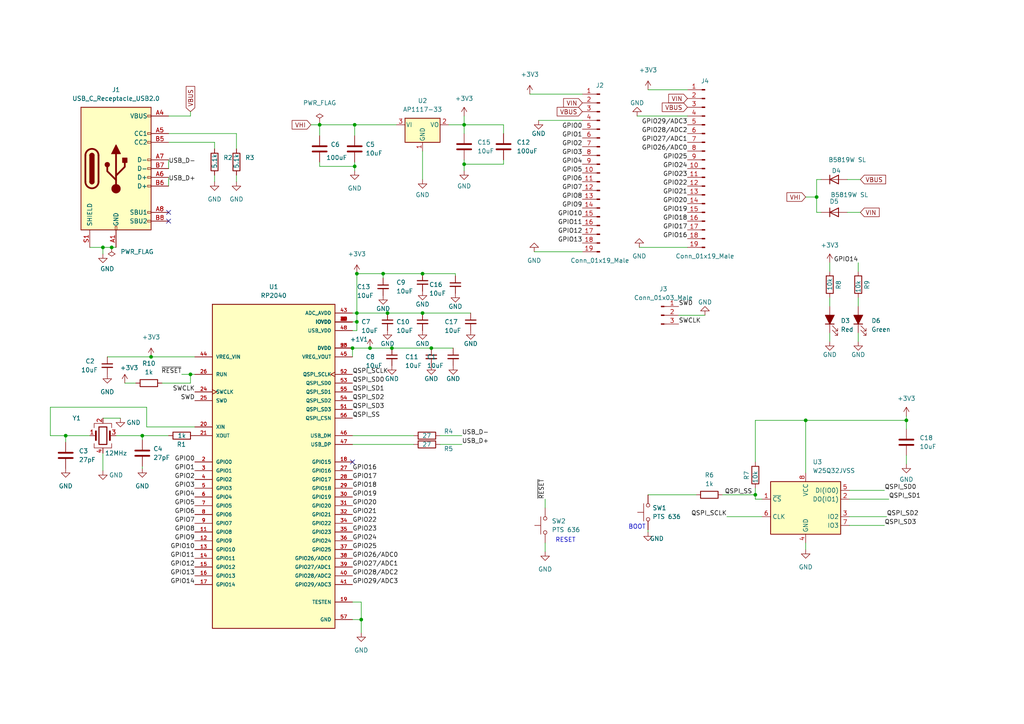
<source format=kicad_sch>
(kicad_sch (version 20211123) (generator eeschema)
  (paper "A4")
  (title_block (title "RP2040 Dev Board") (date "2022-08-05") (rev "v0.1") (company "Abhinav C"))
  (lib_symbols
    (symbol "Connector:Conn_01x03_Male" (pin_names (offset 1.016) hide)
      (property "Reference" "J" (at 0 5.08 0))
      (property "Value" "Conn_01x03_Male" (at 0 -5.08 0))
      (symbol "Conn_01x03_Male_1_1"
        (polyline (pts (xy 1.27 -2.54) (xy 0.8636 -2.54)) (stroke (width 0.1524)))
        (polyline (pts (xy 1.27 0) (xy 0.8636 0)) (stroke (width 0.1524)))
        (polyline (pts (xy 1.27 2.54) (xy 0.8636 2.54)) (stroke (width 0.1524)))
        (rectangle (start 0.8636 -2.413) (end 0 -2.667) (stroke (width 0.1524)) (fill (type outline)))
        (rectangle (start 0.8636 0.127) (end 0 -0.127) (stroke (width 0.1524)) (fill (type outline)))
        (rectangle (start 0.8636 2.667) (end 0 2.413) (stroke (width 0.1524)) (fill (type outline)))
        (pin passive line (at 5.08 2.54 180) (length 3.81) (name "Pin_1") (number "1"))
        (pin passive line (at 5.08 0 180) (length 3.81) (name "Pin_2") (number "2"))
        (pin passive line (at 5.08 -2.54 180) (length 3.81) (name "Pin_3") (number "3"))
      )
    )
    (symbol "Connector:Conn_01x19_Male" (pin_names (offset 1.016) hide)
      (property "Reference" "J" (at 0 25.4 0))
      (property "Value" "Conn_01x19_Male" (at 0 -25.4 0))
      (symbol "Conn_01x19_Male_1_1"
        (polyline (pts (xy 1.27 -22.86) (xy 0.8636 -22.86)) (stroke (width 0.1524)))
        (polyline (pts (xy 1.27 -20.32) (xy 0.8636 -20.32)) (stroke (width 0.1524)))
        (polyline (pts (xy 1.27 -17.78) (xy 0.8636 -17.78)) (stroke (width 0.1524)))
        (polyline (pts (xy 1.27 -15.24) (xy 0.8636 -15.24)) (stroke (width 0.1524)))
        (polyline (pts (xy 1.27 -12.7) (xy 0.8636 -12.7)) (stroke (width 0.1524)))
        (polyline (pts (xy 1.27 -10.16) (xy 0.8636 -10.16)) (stroke (width 0.1524)))
        (polyline (pts (xy 1.27 -7.62) (xy 0.8636 -7.62)) (stroke (width 0.1524)))
        (polyline (pts (xy 1.27 -5.08) (xy 0.8636 -5.08)) (stroke (width 0.1524)))
        (polyline (pts (xy 1.27 -2.54) (xy 0.8636 -2.54)) (stroke (width 0.1524)))
        (polyline (pts (xy 1.27 0) (xy 0.8636 0)) (stroke (width 0.1524)))
        (polyline (pts (xy 1.27 2.54) (xy 0.8636 2.54)) (stroke (width 0.1524)))
        (polyline (pts (xy 1.27 5.08) (xy 0.8636 5.08)) (stroke (width 0.1524)))
        (polyline (pts (xy 1.27 7.62) (xy 0.8636 7.62)) (stroke (width 0.1524)))
        (polyline (pts (xy 1.27 10.16) (xy 0.8636 10.16)) (stroke (width 0.1524)))
        (polyline (pts (xy 1.27 12.7) (xy 0.8636 12.7)) (stroke (width 0.1524)))
        (polyline (pts (xy 1.27 15.24) (xy 0.8636 15.24)) (stroke (width 0.1524)))
        (polyline (pts (xy 1.27 17.78) (xy 0.8636 17.78)) (stroke (width 0.1524)))
        (polyline (pts (xy 1.27 20.32) (xy 0.8636 20.32)) (stroke (width 0.1524)))
        (polyline (pts (xy 1.27 22.86) (xy 0.8636 22.86)) (stroke (width 0.1524)))
        (rectangle (start 0.8636 -22.733) (end 0 -22.987) (stroke (width 0.1524)) (fill (type outline)))
        (rectangle (start 0.8636 -20.193) (end 0 -20.447) (stroke (width 0.1524)) (fill (type outline)))
        (rectangle (start 0.8636 -17.653) (end 0 -17.907) (stroke (width 0.1524)) (fill (type outline)))
        (rectangle (start 0.8636 -15.113) (end 0 -15.367) (stroke (width 0.1524)) (fill (type outline)))
        (rectangle (start 0.8636 -12.573) (end 0 -12.827) (stroke (width 0.1524)) (fill (type outline)))
        (rectangle (start 0.8636 -10.033) (end 0 -10.287) (stroke (width 0.1524)) (fill (type outline)))
        (rectangle (start 0.8636 -7.493) (end 0 -7.747) (stroke (width 0.1524)) (fill (type outline)))
        (rectangle (start 0.8636 -4.953) (end 0 -5.207) (stroke (width 0.1524)) (fill (type outline)))
        (rectangle (start 0.8636 -2.413) (end 0 -2.667) (stroke (width 0.1524)) (fill (type outline)))
        (rectangle (start 0.8636 0.127) (end 0 -0.127) (stroke (width 0.1524)) (fill (type outline)))
        (rectangle (start 0.8636 2.667) (end 0 2.413) (stroke (width 0.1524)) (fill (type outline)))
        (rectangle (start 0.8636 5.207) (end 0 4.953) (stroke (width 0.1524)) (fill (type outline)))
        (rectangle (start 0.8636 7.747) (end 0 7.493) (stroke (width 0.1524)) (fill (type outline)))
        (rectangle (start 0.8636 10.287) (end 0 10.033) (stroke (width 0.1524)) (fill (type outline)))
        (rectangle (start 0.8636 12.827) (end 0 12.573) (stroke (width 0.1524)) (fill (type outline)))
        (rectangle (start 0.8636 15.367) (end 0 15.113) (stroke (width 0.1524)) (fill (type outline)))
        (rectangle (start 0.8636 17.907) (end 0 17.653) (stroke (width 0.1524)) (fill (type outline)))
        (rectangle (start 0.8636 20.447) (end 0 20.193) (stroke (width 0.1524)) (fill (type outline)))
        (rectangle (start 0.8636 22.987) (end 0 22.733) (stroke (width 0.1524)) (fill (type outline)))
        (pin passive line (at 5.08 22.86 180) (length 3.81) (name "Pin_1") (number "1"))
        (pin passive line (at 5.08 0 180) (length 3.81) (name "Pin_10") (number "10"))
        (pin passive line (at 5.08 -2.54 180) (length 3.81) (name "Pin_11") (number "11"))
        (pin passive line (at 5.08 -5.08 180) (length 3.81) (name "Pin_12") (number "12"))
        (pin passive line (at 5.08 -7.62 180) (length 3.81) (name "Pin_13") (number "13"))
        (pin passive line (at 5.08 -10.16 180) (length 3.81) (name "Pin_14") (number "14"))
        (pin passive line (at 5.08 -12.7 180) (length 3.81) (name "Pin_15") (number "15"))
        (pin passive line (at 5.08 -15.24 180) (length 3.81) (name "Pin_16") (number "16"))
        (pin passive line (at 5.08 -17.78 180) (length 3.81) (name "Pin_17") (number "17"))
        (pin passive line (at 5.08 -20.32 180) (length 3.81) (name "Pin_18") (number "18"))
        (pin passive line (at 5.08 -22.86 180) (length 3.81) (name "Pin_19") (number "19"))
        (pin passive line (at 5.08 20.32 180) (length 3.81) (name "Pin_2") (number "2"))
        (pin passive line (at 5.08 17.78 180) (length 3.81) (name "Pin_3") (number "3"))
        (pin passive line (at 5.08 15.24 180) (length 3.81) (name "Pin_4") (number "4"))
        (pin passive line (at 5.08 12.7 180) (length 3.81) (name "Pin_5") (number "5"))
        (pin passive line (at 5.08 10.16 180) (length 3.81) (name "Pin_6") (number "6"))
        (pin passive line (at 5.08 7.62 180) (length 3.81) (name "Pin_7") (number "7"))
        (pin passive line (at 5.08 5.08 180) (length 3.81) (name "Pin_8") (number "8"))
        (pin passive line (at 5.08 2.54 180) (length 3.81) (name "Pin_9") (number "9"))
      )
    )
    (symbol "Connector:USB_C_Receptacle_USB2.0" (pin_names (offset 1.016))
      (property "Reference" "J" (at -10.16 19.05 0))
      (property "Value" "USB_C_Receptacle_USB2.0" (at 19.05 19.05 0))
      (symbol "USB_C_Receptacle_USB2.0_0_0"
        (rectangle (start -0.254 -17.78) (end 0.254 -16.764))
        (rectangle (start 10.16 -14.986) (end 9.144 -15.494))
        (rectangle (start 10.16 -12.446) (end 9.144 -12.954))
        (rectangle (start 10.16 -4.826) (end 9.144 -5.334))
        (rectangle (start 10.16 -2.286) (end 9.144 -2.794))
        (rectangle (start 10.16 0.254) (end 9.144 -0.254))
        (rectangle (start 10.16 2.794) (end 9.144 2.286))
        (rectangle (start 10.16 7.874) (end 9.144 7.366))
        (rectangle (start 10.16 10.414) (end 9.144 9.906))
        (rectangle (start 10.16 15.494) (end 9.144 14.986))
      )
      (symbol "USB_C_Receptacle_USB2.0_0_1"
        (rectangle (start -10.16 17.78) (end 10.16 -17.78) (stroke (width 0.254)) (fill (type background)))
        (arc (start -8.89 -3.81) (mid -6.985 -5.715) (end -5.08 -3.81) (stroke (width 0.508)))
        (arc (start -7.62 -3.81) (mid -6.985 -4.445) (end -6.35 -3.81) (stroke (width 0.254)))
        (arc (start -7.62 -3.81) (mid -6.985 -4.445) (end -6.35 -3.81) (stroke (width 0.254)) (fill (type outline)))
        (rectangle (start -7.62 -3.81) (end -6.35 3.81) (stroke (width 0.254)) (fill (type outline)))
        (arc (start -6.35 3.81) (mid -6.985 4.445) (end -7.62 3.81) (stroke (width 0.254)))
        (arc (start -6.35 3.81) (mid -6.985 4.445) (end -7.62 3.81) (stroke (width 0.254)) (fill (type outline)))
        (arc (start -5.08 3.81) (mid -6.985 5.715) (end -8.89 3.81) (stroke (width 0.508)))
        (circle (center -2.54 1.143) (radius 0.635) (stroke (width 0.254)) (fill (type outline)))
        (circle (center 0 -5.842) (radius 1.27) (fill (type outline)))
        (polyline (pts (xy -8.89 -3.81) (xy -8.89 3.81)) (stroke (width 0.508)))
        (polyline (pts (xy -5.08 3.81) (xy -5.08 -3.81)) (stroke (width 0.508)))
        (polyline (pts (xy 0 -5.842) (xy 0 4.318)) (stroke (width 0.508)))
        (polyline (pts (xy 0 -3.302) (xy -2.54 -0.762) (xy -2.54 0.508)) (stroke (width 0.508)))
        (polyline (pts (xy 0 -2.032) (xy 2.54 0.508) (xy 2.54 1.778)) (stroke (width 0.508)))
        (polyline (pts (xy -1.27 4.318) (xy 0 6.858) (xy 1.27 4.318) (xy -1.27 4.318)) (stroke (width 0.254)) (fill (type outline)))
        (rectangle (start 1.905 1.778) (end 3.175 3.048) (stroke (width 0.254)) (fill (type outline)))
      )
      (symbol "USB_C_Receptacle_USB2.0_1_1"
        (pin passive line (at 0 -22.86 90) (length 5.08) (name "GND") (number "A1"))
        (pin passive line (at 0 -22.86 90) (length 5.08) hide (name "GND") (number "A12"))
        (pin passive line (at 15.24 15.24 180) (length 5.08) (name "VBUS") (number "A4"))
        (pin bidirectional line (at 15.24 10.16 180) (length 5.08) (name "CC1") (number "A5"))
        (pin bidirectional line (at 15.24 -2.54 180) (length 5.08) (name "D+") (number "A6"))
        (pin bidirectional line (at 15.24 2.54 180) (length 5.08) (name "D-") (number "A7"))
        (pin bidirectional line (at 15.24 -12.7 180) (length 5.08) (name "SBU1") (number "A8"))
        (pin passive line (at 15.24 15.24 180) (length 5.08) hide (name "VBUS") (number "A9"))
        (pin passive line (at 0 -22.86 90) (length 5.08) hide (name "GND") (number "B1"))
        (pin passive line (at 0 -22.86 90) (length 5.08) hide (name "GND") (number "B12"))
        (pin passive line (at 15.24 15.24 180) (length 5.08) hide (name "VBUS") (number "B4"))
        (pin bidirectional line (at 15.24 7.62 180) (length 5.08) (name "CC2") (number "B5"))
        (pin bidirectional line (at 15.24 -5.08 180) (length 5.08) (name "D+") (number "B6"))
        (pin bidirectional line (at 15.24 0 180) (length 5.08) (name "D-") (number "B7"))
        (pin bidirectional line (at 15.24 -15.24 180) (length 5.08) (name "SBU2") (number "B8"))
        (pin passive line (at 15.24 15.24 180) (length 5.08) hide (name "VBUS") (number "B9"))
        (pin passive line (at -7.62 -22.86 90) (length 5.08) (name "SHIELD") (number "S1"))
      )
    )
    (symbol "Device:C" (pin_numbers hide) (pin_names (offset 0.254))
      (property "Reference" "C" (at 0.635 2.54 0))
      (property "Value" "C" (at 0.635 -2.54 0))
      (symbol "C_0_1"
        (polyline (pts (xy -2.032 -0.762) (xy 2.032 -0.762)) (stroke (width 0.508)))
        (polyline (pts (xy -2.032 0.762) (xy 2.032 0.762)) (stroke (width 0.508)))
      )
      (symbol "C_1_1"
        (pin passive line (at 0 3.81 270) (length 2.794) (name "~") (number "1"))
        (pin passive line (at 0 -3.81 90) (length 2.794) (name "~") (number "2"))
      )
    )
    (symbol "Device:C_Small" (pin_numbers hide) (pin_names (offset 0.254) hide)
      (property "Reference" "C" (at 0.254 1.778 0))
      (property "Value" "C_Small" (at 0.254 -2.032 0))
      (symbol "C_Small_0_1"
        (polyline (pts (xy -1.524 -0.508) (xy 1.524 -0.508)) (stroke (width 0.3302)))
        (polyline (pts (xy -1.524 0.508) (xy 1.524 0.508)) (stroke (width 0.3048)))
      )
      (symbol "C_Small_1_1"
        (pin passive line (at 0 2.54 270) (length 2.032) (name "~") (number "1"))
        (pin passive line (at 0 -2.54 90) (length 2.032) (name "~") (number "2"))
      )
    )
    (symbol "Device:Crystal_GND24" (pin_names (offset 1.016) hide)
      (property "Reference" "Y" (at 3.175 5.08 0))
      (property "Value" "Crystal_GND24" (at 3.175 3.175 0))
      (symbol "Crystal_GND24_0_1"
        (rectangle (start -1.143 2.54) (end 1.143 -2.54) (stroke (width 0.3048)))
        (polyline (pts (xy -2.54 0) (xy -2.032 0)))
        (polyline (pts (xy -2.032 -1.27) (xy -2.032 1.27)) (stroke (width 0.508)))
        (polyline (pts (xy 0 -3.81) (xy 0 -3.556)))
        (polyline (pts (xy 0 3.556) (xy 0 3.81)))
        (polyline (pts (xy 2.032 -1.27) (xy 2.032 1.27)) (stroke (width 0.508)))
        (polyline (pts (xy 2.032 0) (xy 2.54 0)))
        (polyline (pts (xy -2.54 -2.286) (xy -2.54 -3.556) (xy 2.54 -3.556) (xy 2.54 -2.286)))
        (polyline (pts (xy -2.54 2.286) (xy -2.54 3.556) (xy 2.54 3.556) (xy 2.54 2.286)))
      )
      (symbol "Crystal_GND24_1_1"
        (pin passive line (at -3.81 0 0) (length 1.27) (name "1") (number "1"))
        (pin passive line (at 0 5.08 270) (length 1.27) (name "2") (number "2"))
        (pin passive line (at 3.81 0 180) (length 1.27) (name "3") (number "3"))
        (pin passive line (at 0 -5.08 90) (length 1.27) (name "4") (number "4"))
      )
    )
    (symbol "Device:D" (pin_numbers hide) (pin_names (offset 1.016) hide)
      (property "Reference" "D" (at 0 2.54 0))
      (property "Value" "D" (at 0 -2.54 0))
      (symbol "D_0_1"
        (polyline (pts (xy -1.27 1.27) (xy -1.27 -1.27)) (stroke (width 0.254)))
        (polyline (pts (xy 1.27 0) (xy -1.27 0)))
        (polyline (pts (xy 1.27 1.27) (xy 1.27 -1.27) (xy -1.27 0) (xy 1.27 1.27)) (stroke (width 0.254)))
      )
      (symbol "D_1_1"
        (pin passive line (at -3.81 0 0) (length 2.54) (name "K") (number "1"))
        (pin passive line (at 3.81 0 180) (length 2.54) (name "A") (number "2"))
      )
    )
    (symbol "Device:LED_Filled" (pin_numbers hide) (pin_names (offset 1.016) hide)
      (property "Reference" "D" (at 0 2.54 0))
      (property "Value" "LED_Filled" (at 0 -2.54 0))
      (symbol "LED_Filled_0_1"
        (polyline (pts (xy -1.27 -1.27) (xy -1.27 1.27)) (stroke (width 0.254)))
        (polyline (pts (xy -1.27 0) (xy 1.27 0)))
        (polyline (pts (xy 1.27 -1.27) (xy 1.27 1.27) (xy -1.27 0) (xy 1.27 -1.27)) (stroke (width 0.254)) (fill (type outline)))
        (polyline (pts (xy -3.048 -0.762) (xy -4.572 -2.286) (xy -3.81 -2.286) (xy -4.572 -2.286) (xy -4.572 -1.524)))
        (polyline (pts (xy -1.778 -0.762) (xy -3.302 -2.286) (xy -2.54 -2.286) (xy -3.302 -2.286) (xy -3.302 -1.524)))
      )
      (symbol "LED_Filled_1_1"
        (pin passive line (at -3.81 0 0) (length 2.54) (name "K") (number "1"))
        (pin passive line (at 3.81 0 180) (length 2.54) (name "A") (number "2"))
      )
    )
    (symbol "Device:R" (pin_numbers hide) (pin_names (offset 0))
      (property "Reference" "R" (at 2.032 0 90))
      (property "Value" "R" (at 0 0 90))
      (symbol "R_0_1"
        (rectangle (start -1.016 -2.54) (end 1.016 2.54) (stroke (width 0.254)))
      )
      (symbol "R_1_1"
        (pin passive line (at 0 3.81 270) (length 1.27) (name "~") (number "1"))
        (pin passive line (at 0 -3.81 90) (length 1.27) (name "~") (number "2"))
      )
    )
    (symbol "Memory_Flash:W25Q32JVSS"
      (property "Reference" "U" (at -8.89 8.89 0))
      (property "Value" "W25Q32JVSS" (at 7.62 8.89 0))
      (symbol "W25Q32JVSS_0_1"
        (rectangle (start -10.16 7.62) (end 10.16 -7.62) (stroke (width 0.254)) (fill (type background)))
      )
      (symbol "W25Q32JVSS_1_1"
        (pin input line (at -12.7 2.54 0) (length 2.54) (name "~{CS}") (number "1"))
        (pin bidirectional line (at 12.7 2.54 180) (length 2.54) (name "DO(IO1)") (number "2"))
        (pin bidirectional line (at 12.7 -2.54 180) (length 2.54) (name "IO2") (number "3"))
        (pin power_in line (at 0 -10.16 90) (length 2.54) (name "GND") (number "4"))
        (pin bidirectional line (at 12.7 5.08 180) (length 2.54) (name "DI(IO0)") (number "5"))
        (pin input line (at -12.7 -2.54 0) (length 2.54) (name "CLK") (number "6"))
        (pin bidirectional line (at 12.7 -5.08 180) (length 2.54) (name "IO3") (number "7"))
        (pin power_in line (at 0 10.16 270) (length 2.54) (name "VCC") (number "8"))
      )
    )
    (symbol "RP2040_1" (pin_names (offset 1.016))
      (property "Reference" "U" (at -17.78 50.8 0))
      (property "Value" "RP2040_1" (at -17.78 -48.26 0))
      (symbol "RP2040_1_0_0"
        (rectangle (start -17.78 -45.72) (end 17.78 48.26) (stroke (width 0.254)) (fill (type background)))
        (pin power_in line (at 22.86 43.18 180) (length 5.08) (name "IOVDD") (number "1"))
        (pin power_in line (at 22.86 43.18 180) (length 5.08) (name "IOVDD") (number "10"))
        (pin bidirectional line (at -22.86 -17.78 0) (length 5.08) (name "GPIO8") (number "11"))
        (pin bidirectional line (at -22.86 -20.32 0) (length 5.08) (name "GPIO9") (number "12"))
        (pin bidirectional line (at -22.86 -22.86 0) (length 5.08) (name "GPIO10") (number "13"))
        (pin bidirectional line (at -22.86 -25.4 0) (length 5.08) (name "GPIO11") (number "14"))
        (pin bidirectional line (at -22.86 -27.94 0) (length 5.08) (name "GPIO12") (number "15"))
        (pin bidirectional line (at -22.86 -30.48 0) (length 5.08) (name "GPIO13") (number "16"))
        (pin bidirectional line (at -22.86 -33.02 0) (length 5.08) (name "GPIO14") (number "17"))
        (pin bidirectional line (at 22.86 2.54 180) (length 5.08) (name "GPIO15") (number "18"))
        (pin passive line (at 22.86 -38.1 180) (length 5.08) (name "TESTEN") (number "19"))
        (pin bidirectional line (at -22.86 2.54 0) (length 5.08) (name "GPIO0") (number "2"))
        (pin input line (at -22.86 12.7 0) (length 5.08) (name "XIN") (number "20"))
        (pin output line (at -22.86 10.16 0) (length 5.08) (name "XOUT") (number "21"))
        (pin power_in line (at 22.86 43.18 180) (length 5.08) (name "IOVDD") (number "22"))
        (pin power_in line (at 22.86 35.56 180) (length 5.08) (name "DVDD") (number "23"))
        (pin input clock (at -22.86 22.86 0) (length 5.08) (name "SWCLK") (number "24"))
        (pin bidirectional line (at -22.86 20.32 0) (length 5.08) (name "SWD") (number "25"))
        (pin input line (at -22.86 27.94 0) (length 5.08) (name "RUN") (number "26"))
        (pin bidirectional line (at 22.86 0 180) (length 5.08) (name "GPIO16") (number "27"))
        (pin bidirectional line (at 22.86 -2.54 180) (length 5.08) (name "GPIO17") (number "28"))
        (pin bidirectional line (at 22.86 -5.08 180) (length 5.08) (name "GPIO18") (number "29"))
        (pin bidirectional line (at -22.86 0 0) (length 5.08) (name "GPIO1") (number "3"))
        (pin bidirectional line (at 22.86 -7.62 180) (length 5.08) (name "GPIO19") (number "30"))
        (pin bidirectional line (at 22.86 -10.16 180) (length 5.08) (name "GPIO20") (number "31"))
        (pin bidirectional line (at 22.86 -12.7 180) (length 5.08) (name "GPIO21") (number "32"))
        (pin power_in line (at 22.86 43.18 180) (length 5.08) (name "IOVDD") (number "33"))
        (pin bidirectional line (at 22.86 -15.24 180) (length 5.08) (name "GPIO22") (number "34"))
        (pin bidirectional line (at 22.86 -17.78 180) (length 5.08) (name "GPIO23") (number "35"))
        (pin bidirectional line (at 22.86 -20.32 180) (length 5.08) (name "GPIO24") (number "36"))
        (pin bidirectional line (at 22.86 -22.86 180) (length 5.08) (name "GPIO25") (number "37"))
        (pin bidirectional line (at 22.86 -25.4 180) (length 5.08) (name "GPIO26/ADC0") (number "38"))
        (pin bidirectional line (at 22.86 -27.94 180) (length 5.08) (name "GPIO27/ADC1") (number "39"))
        (pin bidirectional line (at -22.86 -2.54 0) (length 5.08) (name "GPIO2") (number "4"))
        (pin bidirectional line (at 22.86 -30.48 180) (length 5.08) (name "GPIO28/ADC2") (number "40"))
        (pin bidirectional line (at 22.86 -33.02 180) (length 5.08) (name "GPIO29/ADC3") (number "41"))
        (pin power_in line (at 22.86 43.18 180) (length 5.08) (name "IOVDD") (number "42"))
        (pin power_in line (at 22.86 45.72 180) (length 5.08) (name "ADC_AVDD") (number "43"))
        (pin input line (at -22.86 33.02 0) (length 5.08) (name "VREG_VIN") (number "44"))
        (pin output line (at 22.86 33.02 180) (length 5.08) (name "VREG_VOUT") (number "45"))
        (pin bidirectional line (at 22.86 10.16 180) (length 5.08) (name "USB_DM") (number "46"))
        (pin bidirectional line (at 22.86 7.62 180) (length 5.08) (name "USB_DP") (number "47"))
        (pin power_in line (at 22.86 40.64 180) (length 5.08) (name "USB_VDD") (number "48"))
        (pin power_in line (at 22.86 43.18 180) (length 5.08) (name "IOVDD") (number "49"))
        (pin bidirectional line (at -22.86 -5.08 0) (length 5.08) (name "GPIO3") (number "5"))
        (pin power_in line (at 22.86 35.56 180) (length 5.08) (name "DVDD") (number "50"))
        (pin bidirectional line (at 22.86 17.78 180) (length 5.08) (name "QSPI_SD3") (number "51"))
        (pin bidirectional clock (at 22.86 27.94 180) (length 5.08) (name "QSPI_SCLK") (number "52"))
        (pin bidirectional line (at 22.86 25.4 180) (length 5.08) (name "QSPI_SD0") (number "53"))
        (pin bidirectional line (at 22.86 20.32 180) (length 5.08) (name "QSPI_SD2") (number "54"))
        (pin bidirectional line (at 22.86 22.86 180) (length 5.08) (name "QSPI_SD1") (number "55"))
        (pin bidirectional line (at 22.86 15.24 180) (length 5.08) (name "QSPI_CSN") (number "56"))
        (pin power_in line (at 22.86 -43.18 180) (length 5.08) (name "GND") (number "57"))
        (pin bidirectional line (at -22.86 -7.62 0) (length 5.08) (name "GPIO4") (number "6"))
        (pin bidirectional line (at -22.86 -10.16 0) (length 5.08) (name "GPIO5") (number "7"))
        (pin bidirectional line (at -22.86 -12.7 0) (length 5.08) (name "GPIO6") (number "8"))
        (pin bidirectional line (at -22.86 -15.24 0) (length 5.08) (name "GPIO7") (number "9"))
      )
    )
    (symbol "Regulator_Linear:AP1117-33" (pin_names (offset 0.254))
      (property "Reference" "U" (at -3.81 3.175 0))
      (property "Value" "AP1117-33" (at 0 3.175 0))
      (symbol "AP1117-33_0_1"
        (rectangle (start -5.08 -5.08) (end 5.08 1.905) (stroke (width 0.254)) (fill (type background)))
      )
      (symbol "AP1117-33_1_1"
        (pin power_in line (at 0 -7.62 90) (length 2.54) (name "GND") (number "1"))
        (pin power_out line (at 7.62 0 180) (length 2.54) (name "VO") (number "2"))
        (pin power_in line (at -7.62 0 0) (length 2.54) (name "VI") (number "3"))
      )
    )
    (symbol "Switch:SW_Push" (pin_numbers hide) (pin_names (offset 1.016) hide)
      (property "Reference" "SW" (at 1.27 2.54 0))
      (property "Value" "SW_Push" (at 0 -1.524 0))
      (symbol "SW_Push_0_1"
        (circle (center -2.032 0) (radius 0.508))
        (polyline (pts (xy 0 1.27) (xy 0 3.048)))
        (polyline (pts (xy 2.54 1.27) (xy -2.54 1.27)))
        (circle (center 2.032 0) (radius 0.508))
        (pin passive line (at -5.08 0 0) (length 2.54) (name "1") (number "1"))
        (pin passive line (at 5.08 0 180) (length 2.54) (name "2") (number "2"))
      )
    )
    (symbol "power:+1V1" (power) (pin_names (offset 0))
      (property "Value" "+1V1" (at 0 3.556 0))
      (symbol "+1V1_0_1"
        (polyline (pts (xy -0.762 1.27) (xy 0 2.54)))
        (polyline (pts (xy 0 0) (xy 0 2.54)))
        (polyline (pts (xy 0 2.54) (xy 0.762 1.27)))
      )
      (symbol "+1V1_1_1"
        (pin power_in line (at 0 0 90) (length 0) hide (name "+1V1") (number "1"))
      )
    )
    (symbol "power:+3.3V" (power) (pin_names (offset 0))
      (property "Value" "+3.3V" (at 0 3.556 0))
      (symbol "+3.3V_0_1"
        (polyline (pts (xy -0.762 1.27) (xy 0 2.54)))
        (polyline (pts (xy 0 0) (xy 0 2.54)))
        (polyline (pts (xy 0 2.54) (xy 0.762 1.27)))
      )
      (symbol "+3.3V_1_1"
        (pin power_in line (at 0 0 90) (length 0) hide (name "+3V3") (number "1"))
      )
    )
    (symbol "power:GND" (power) (pin_names (offset 0))
      (property "Value" "GND" (at 0 -3.81 0))
      (symbol "GND_0_1"
        (polyline (pts (xy 0 0) (xy 0 -1.27) (xy 1.27 -1.27) (xy 0 -2.54) (xy -1.27 -1.27) (xy 0 -1.27)))
      )
      (symbol "GND_1_1"
        (pin power_in line (at 0 0 270) (length 0) hide (name "GND") (number "1"))
      )
    )
    (symbol "power:PWR_FLAG" (power) (pin_numbers hide) (pin_names (offset 0) hide)
      (property "Value" "PWR_FLAG" (at 0 3.81 0))
      (symbol "PWR_FLAG_0_0"
        (pin power_out line (at 0 0 90) (length 0) (name "pwr") (number "1"))
      )
      (symbol "PWR_FLAG_0_1"
        (polyline (pts (xy 0 0) (xy 0 1.27) (xy -1.016 1.905) (xy 0 2.54) (xy 1.016 1.905) (xy 0 1.27)))
      )
    )
  )
  (junction (at 125.095 100.965))
  (junction (at 92.71 36.195))
  (junction (at 219.075 143.51))
  (junction (at 55.245 108.585))
  (junction (at 102.235 100.965))
  (junction (at 134.62 47.625))
  (junction (at 103.505 93.345))
  (junction (at 262.89 121.92))
  (junction (at 32.385 71.755))
  (junction (at 103.505 79.375))
  (junction (at 233.68 121.92))
  (junction (at 43.815 103.505))
  (junction (at 103.505 90.805))
  (junction (at 134.62 36.195))
  (junction (at 112.395 90.805))
  (junction (at 102.87 48.26))
  (junction (at 236.855 57.15))
  (junction (at 19.05 126.365))
  (junction (at 122.555 90.805))
  (junction (at 104.775 179.705))
  (junction (at 122.555 79.375))
  (junction (at 107.315 100.965))
  (junction (at 29.845 71.755))
  (junction (at 102.87 36.195))
  (junction (at 111.125 79.375))
  (junction (at 41.275 126.365))
  (junction (at 113.665 100.965))
  (no_connect (at 102.235 133.985))
  (no_connect (at 48.895 61.595))
  (no_connect (at 48.895 64.135))
  (wire (pts (xy 29.845 121.285) (xy 34.925 121.285)))
  (wire (pts (xy 102.87 36.195) (xy 102.87 39.37)))
  (wire (pts (xy 262.89 120.65) (xy 262.89 121.92)))
  (wire (pts (xy 52.705 108.585) (xy 55.245 108.585)))
  (wire (pts (xy 240.665 76.2) (xy 240.665 78.74)))
  (wire (pts (xy 43.815 103.505) (xy 56.515 103.505)))
  (wire (pts (xy 122.555 90.805) (xy 136.525 90.805)))
  (wire (pts (xy 48.895 46.355) (xy 48.895 48.895)))
  (wire (pts (xy 233.68 121.92) (xy 219.075 121.92)))
  (wire (pts (xy 219.075 143.51) (xy 219.075 141.605)))
  (wire (pts (xy 233.68 121.92) (xy 233.68 137.16)))
  (wire (pts (xy 68.58 38.735) (xy 68.58 43.18)))
  (wire (pts (xy 48.895 41.275) (xy 62.23 41.275)))
  (wire (pts (xy 102.235 100.965) (xy 102.235 103.505)))
  (wire (pts (xy 103.505 93.345) (xy 103.505 90.805)))
  (wire (pts (xy 204.47 91.44) (xy 196.85 91.44)))
  (wire (pts (xy 146.05 47.625) (xy 134.62 47.625)))
  (wire (pts (xy 102.235 100.965) (xy 107.315 100.965)))
  (wire (pts (xy 262.89 132.08) (xy 262.89 134.62)))
  (wire (pts (xy 55.245 32.385) (xy 55.245 33.655)))
  (wire (pts (xy 14.605 126.365) (xy 19.05 126.365)))
  (wire (pts (xy 245.745 52.07) (xy 249.555 52.07)))
  (wire (pts (xy 134.62 36.195) (xy 146.05 36.195)))
  (wire (pts (xy 102.87 48.26) (xy 102.87 46.99)))
  (wire (pts (xy 31.115 103.505) (xy 43.815 103.505)))
  (wire (pts (xy 26.035 71.755) (xy 29.845 71.755)))
  (wire (pts (xy 111.125 80.645) (xy 111.125 79.375)))
  (wire (pts (xy 168.91 73.025) (xy 154.94 73.025)))
  (wire (pts (xy 236.855 52.07) (xy 236.855 57.15)))
  (wire (pts (xy 102.235 174.625) (xy 104.775 174.625)))
  (wire (pts (xy 199.39 71.755) (xy 185.42 71.755)))
  (wire (pts (xy 233.68 159.385) (xy 233.68 157.48)))
  (wire (pts (xy 125.095 100.965) (xy 131.445 100.965)))
  (wire (pts (xy 134.62 36.195) (xy 134.62 38.735)))
  (wire (pts (xy 134.62 33.655) (xy 134.62 36.195)))
  (wire (pts (xy 245.745 61.595) (xy 249.555 61.595)))
  (wire (pts (xy 102.235 93.345) (xy 103.505 93.345)))
  (wire (pts (xy 257.175 149.86) (xy 246.38 149.86)))
  (wire (pts (xy 187.96 26.035) (xy 199.39 26.035)))
  (wire (pts (xy 102.87 48.26) (xy 102.87 49.53)))
  (wire (pts (xy 68.58 50.8) (xy 68.58 52.705)))
  (wire (pts (xy 41.275 126.365) (xy 48.895 126.365)))
  (wire (pts (xy 127.635 126.365) (xy 133.985 126.365)))
  (wire (pts (xy 92.71 36.195) (xy 92.71 39.37)))
  (wire (pts (xy 92.71 48.26) (xy 92.71 46.99)))
  (wire (pts (xy 233.68 57.15) (xy 236.855 57.15)))
  (wire (pts (xy 262.89 121.92) (xy 262.89 124.46)))
  (wire (pts (xy 236.855 61.595) (xy 238.125 61.595)))
  (wire (pts (xy 42.545 123.825) (xy 56.515 123.825)))
  (wire (pts (xy 158.115 144.78) (xy 158.115 147.32)))
  (wire (pts (xy 90.17 36.195) (xy 92.71 36.195)))
  (wire (pts (xy 112.395 90.805) (xy 122.555 90.805)))
  (wire (pts (xy 246.38 144.78) (xy 257.81 144.78)))
  (wire (pts (xy 102.87 36.195) (xy 114.935 36.195)))
  (wire (pts (xy 248.92 96.52) (xy 248.92 99.06)))
  (wire (pts (xy 42.545 123.825) (xy 42.545 118.11)))
  (wire (pts (xy 32.385 71.755) (xy 33.655 71.755)))
  (wire (pts (xy 29.845 73.66) (xy 29.845 71.755)))
  (wire (pts (xy 246.38 152.4) (xy 256.54 152.4)))
  (wire (pts (xy 102.235 128.905) (xy 120.015 128.905)))
  (wire (pts (xy 127.635 128.905) (xy 133.985 128.905)))
  (wire (pts (xy 111.125 79.375) (xy 122.555 79.375)))
  (wire (pts (xy 238.125 52.07) (xy 236.855 52.07)))
  (wire (pts (xy 104.775 179.705) (xy 102.235 179.705)))
  (wire (pts (xy 130.175 36.195) (xy 134.62 36.195)))
  (wire (pts (xy 48.895 33.655) (xy 55.245 33.655)))
  (wire (pts (xy 107.315 100.965) (xy 113.665 100.965)))
  (wire (pts (xy 102.235 126.365) (xy 120.015 126.365)))
  (wire (pts (xy 103.505 79.375) (xy 111.125 79.375)))
  (wire (pts (xy 199.39 33.655) (xy 184.785 33.655)))
  (wire (pts (xy 33.655 126.365) (xy 41.275 126.365)))
  (wire (pts (xy 219.075 144.78) (xy 219.075 143.51)))
  (wire (pts (xy 104.775 174.625) (xy 104.775 179.705)))
  (wire (pts (xy 219.075 144.78) (xy 220.98 144.78)))
  (wire (pts (xy 134.62 47.625) (xy 134.62 49.53)))
  (wire (pts (xy 103.505 90.805) (xy 103.505 79.375)))
  (wire (pts (xy 156.21 34.925) (xy 168.91 34.925)))
  (wire (pts (xy 55.245 111.125) (xy 55.245 108.585)))
  (wire (pts (xy 219.075 121.92) (xy 219.075 133.985)))
  (wire (pts (xy 102.235 90.805) (xy 103.505 90.805)))
  (wire (pts (xy 36.195 111.125) (xy 39.37 111.125)))
  (wire (pts (xy 103.505 95.885) (xy 103.505 93.345)))
  (wire (pts (xy 153.67 27.305) (xy 168.91 27.305)))
  (wire (pts (xy 187.96 143.51) (xy 201.93 143.51)))
  (wire (pts (xy 14.605 118.11) (xy 14.605 126.365)))
  (wire (pts (xy 19.05 126.365) (xy 19.05 128.27)))
  (wire (pts (xy 122.555 79.375) (xy 132.08 79.375)))
  (wire (pts (xy 19.05 126.365) (xy 26.035 126.365)))
  (wire (pts (xy 104.775 179.705) (xy 104.775 183.515)))
  (wire (pts (xy 248.92 86.36) (xy 248.92 88.9)))
  (wire (pts (xy 262.89 121.92) (xy 233.68 121.92)))
  (wire (pts (xy 29.845 131.445) (xy 29.845 136.525)))
  (wire (pts (xy 240.665 86.36) (xy 240.665 88.9)))
  (wire (pts (xy 92.71 35.56) (xy 92.71 36.195)))
  (wire (pts (xy 62.23 50.8) (xy 62.23 52.705)))
  (wire (pts (xy 187.96 154.305) (xy 187.96 153.67)))
  (wire (pts (xy 29.845 71.755) (xy 32.385 71.755)))
  (wire (pts (xy 48.895 38.735) (xy 68.58 38.735)))
  (wire (pts (xy 146.05 36.195) (xy 146.05 38.735)))
  (wire (pts (xy 102.235 95.885) (xy 103.505 95.885)))
  (wire (pts (xy 55.245 108.585) (xy 56.515 108.585)))
  (wire (pts (xy 240.665 96.52) (xy 240.665 99.06)))
  (wire (pts (xy 41.275 127.635) (xy 41.275 126.365)))
  (wire (pts (xy 134.62 46.355) (xy 134.62 47.625)))
  (wire (pts (xy 41.275 135.255) (xy 41.275 135.89)))
  (wire (pts (xy 248.92 76.2) (xy 248.92 78.74)))
  (wire (pts (xy 132.08 79.375) (xy 132.08 80.01)))
  (wire (pts (xy 46.99 111.125) (xy 55.245 111.125)))
  (wire (pts (xy 42.545 118.11) (xy 14.605 118.11)))
  (wire (pts (xy 236.855 57.15) (xy 236.855 61.595)))
  (wire (pts (xy 92.71 36.195) (xy 102.87 36.195)))
  (wire (pts (xy 220.98 149.86) (xy 210.82 149.86)))
  (wire (pts (xy 246.38 142.24) (xy 256.54 142.24)))
  (wire (pts (xy 158.115 160.02) (xy 158.115 157.48)))
  (wire (pts (xy 103.505 90.805) (xy 112.395 90.805)))
  (wire (pts (xy 146.05 46.355) (xy 146.05 47.625)))
  (wire (pts (xy 62.23 41.275) (xy 62.23 43.18)))
  (wire (pts (xy 92.71 48.26) (xy 102.87 48.26)))
  (wire (pts (xy 48.895 51.435) (xy 48.895 53.975)))
  (wire (pts (xy 122.555 43.815) (xy 122.555 52.07)))
  (wire (pts (xy 209.55 143.51) (xy 219.075 143.51)))
  (wire (pts (xy 113.665 100.965) (xy 125.095 100.965)))
  (text "BOOT" (at 187.325 153.67 180) (effects (font (size 1.27 1.27)) (justify right bottom)))
  (text "RESET\n" (at 167.005 157.48 180) (effects (font (size 1.27 1.27)) (justify right bottom)))
  (label "GPIO14" (at 248.92 76.2 180))
  (label "GPIO12" (at 56.515 164.465 180))
  (label "GPIO13" (at 56.515 167.005 180))
  (label "GPIO2" (at 168.91 42.545 180))
  (label "GPIO24" (at 199.39 48.895 180))
  (label "GPIO27{slash}ADC1" (at 102.235 164.465 0))
  (label "GPIO10" (at 56.515 159.385 180))
  (label "USB_D-" (at 48.895 47.625 0))
  (label "GPIO20" (at 199.39 59.055 180))
  (label "GPIO22" (at 102.235 151.765 0))
  (label "GPIO29{slash}ADC3" (at 199.39 36.195 180))
  (label "USB_D-" (at 133.985 126.365 0))
  (label "GPIO7" (at 168.91 55.245 180))
  (label "GPIO21" (at 199.39 56.515 180))
  (label "GPIO9" (at 56.515 156.845 180))
  (label "GPIO18" (at 102.235 141.605 0))
  (label "GPIO11" (at 56.515 161.925 180))
  (label "GPIO28{slash}ADC2" (at 102.235 167.005 0))
  (label "SWCLK" (at 196.85 93.98 0))
  (label "GPIO27{slash}ADC1" (at 199.39 41.275 180))
  (label "QSPI_SD1" (at 257.81 144.78 0))
  (label "SWCLK" (at 56.515 113.665 180))
  (label "GPIO23" (at 199.39 51.435 180))
  (label "GPIO12" (at 168.91 67.945 180))
  (label "QSPI_SD2" (at 102.235 116.205 0))
  (label "QSPI_SD2" (at 257.175 149.86 0))
  (label "SWD" (at 196.85 88.9 0))
  (label "QSPI_SD3" (at 102.235 118.745 0))
  (label "GPIO6" (at 56.515 149.225 180))
  (label "GPIO20" (at 102.235 146.685 0))
  (label "GPIO11" (at 168.91 65.405 180))
  (label "GPIO1" (at 56.515 136.525 180))
  (label "GPIO25" (at 199.39 46.355 180))
  (label "QSPI_SD1" (at 102.235 113.665 0))
  (label "GPIO28{slash}ADC2" (at 199.39 38.735 180))
  (label "USB_D+" (at 48.895 52.705 0))
  (label "GPIO25" (at 102.235 159.385 0))
  (label "~{RESET}" (at 158.115 144.78 90))
  (label "QSPI_SS" (at 210.185 143.51 0))
  (label "GPIO16" (at 102.235 136.525 0))
  (label "QSPI_SD3" (at 256.54 152.4 0))
  (label "GPIO2" (at 56.515 139.065 180))
  (label "USB_D+" (at 133.985 128.905 0))
  (label "GPIO21" (at 102.235 149.225 0))
  (label "GPIO13" (at 168.91 70.485 180))
  (label "GPIO3" (at 168.91 45.085 180))
  (label "GPIO8" (at 168.91 57.785 180))
  (label "GPIO22" (at 199.39 53.975 180))
  (label "SWD" (at 56.515 116.205 180))
  (label "GPIO0" (at 56.515 133.985 180))
  (label "GPIO26{slash}ADC0" (at 199.39 43.815 180))
  (label "GPIO19" (at 199.39 61.595 180))
  (label "~{RESET}" (at 52.705 108.585 180))
  (label "GPIO10" (at 168.91 62.865 180))
  (label "GPIO16" (at 199.39 69.215 180))
  (label "QSPI_SD0" (at 256.54 142.24 0))
  (label "GPIO24" (at 102.235 156.845 0))
  (label "GPIO3" (at 56.515 141.605 180))
  (label "QSPI_SD0" (at 102.235 111.125 0))
  (label "GPIO17" (at 102.235 139.065 0))
  (label "GPIO4" (at 56.515 144.145 180))
  (label "GPIO23" (at 102.235 154.305 0))
  (label "GPIO9" (at 168.91 60.325 180))
  (label "GPIO0" (at 168.91 37.465 180))
  (label "GPIO19" (at 102.235 144.145 0))
  (label "QSPI_SCLK" (at 210.82 149.86 180))
  (label "GPIO5" (at 168.91 50.165 180))
  (label "QSPI_SS" (at 102.235 121.285 0))
  (label "QSPI_SCLK" (at 102.235 108.585 0))
  (label "GPIO26{slash}ADC0" (at 102.235 161.925 0))
  (label "GPIO5" (at 56.515 146.685 180))
  (label "GPIO7" (at 56.515 151.765 180))
  (label "GPIO4" (at 168.91 47.625 180))
  (label "GPIO29{slash}ADC3" (at 102.235 169.545 0))
  (label "GPIO17" (at 199.39 66.675 180))
  (label "GPIO1" (at 168.91 40.005 180))
  (label "GPIO6" (at 168.91 52.705 180))
  (label "GPIO14" (at 56.515 169.545 180))
  (label "GPIO8" (at 56.515 154.305 180))
  (label "GPIO18" (at 199.39 64.135 180))
  (global_label "VBUS" (shape input) (at 55.245 32.385 90) (property "Intersheet References" "${INTERSHEET_REFS}" (effects hide)))
  (global_label "VHI" (shape input) (at 90.17 36.195 180) (property "Intersheet References" "${INTERSHEET_REFS}" (effects hide)))
  (global_label "VBUS" (shape input) (at 199.39 31.115 180) (property "Intersheet References" "${INTERSHEET_REFS}" (effects hide)))
  (global_label "VIN" (shape input) (at 249.555 61.595 0) (property "Intersheet References" "${INTERSHEET_REFS}" (effects hide)))
  (global_label "VIN" (shape input) (at 199.39 28.575 180) (property "Intersheet References" "${INTERSHEET_REFS}" (effects hide)))
  (global_label "VBUS" (shape input) (at 249.555 52.07 0) (property "Intersheet References" "${INTERSHEET_REFS}" (effects hide)))
  (global_label "VIN" (shape input) (at 168.91 29.845 180) (property "Intersheet References" "${INTERSHEET_REFS}" (effects hide)))
  (global_label "VHI" (shape input) (at 233.68 57.15 180) (property "Intersheet References" "${INTERSHEET_REFS}" (effects hide)))
  (global_label "VBUS" (shape input) (at 168.91 32.385 180) (property "Intersheet References" "${INTERSHEET_REFS}" (effects hide)))
  (symbol (lib_id "Device:C_Small") (at 132.08 82.55 0) (unit 1)
    (property "Reference" "C16" (at 124.46 82.55 0) (effects (justify left)))
    (property "Value" "10uF" (at 124.46 85.09 0) (effects (justify left)))
    (property "Footprint" "Capacitor_SMD:C_0402_1005Metric" (effects hide))
    (property "JLCPCB P/N" "C15525" (effects hide))
  )
  (symbol (lib_id "power:GND") (at 29.845 73.66 0) (unit 1)
    (property "Reference" "#PWR0105" (effects hide))
    (property "Value" "GND" (at 31.115 77.978 0))
  )
  (symbol (lib_id "power:GND") (at 122.555 52.07 0) (unit 1)
    (property "Reference" "#PWR0112" (effects hide))
    (property "Value" "GND" (at 122.555 56.515 0))
  )
  (symbol (lib_id "Device:R") (at 123.825 126.365 90) (unit 1)
    (property "Reference" "R4" (at 131.445 125.095 90) (effects (justify left)))
    (property "Value" "27" (at 125.095 126.365 90) (effects (justify left)))
    (property "Footprint" "Resistor_SMD:R_0402_1005Metric" (effects hide))
    (property "JLCPCB P/N" "C25100" (effects hide))
  )
  (symbol (lib_id "power:+3.3V") (at 134.62 33.655 0) (unit 1)
    (property "Reference" "#PWR0113" (effects hide))
    (property "Value" "+3.3V" (at 134.62 28.575 0))
  )
  (symbol (lib_id "power:+3.3V") (at 240.665 76.2 0) (unit 1)
    (property "Reference" "#PWR0141" (effects hide))
    (property "Value" "+3.3V" (at 240.665 71.12 0))
  )
  (symbol (lib_id "Device:C") (at 262.89 128.27 0) (unit 1)
    (property "Reference" "C18" (at 266.7 126.9999 0) (effects (justify left)))
    (property "Value" "10uF" (at 266.7 129.5399 0) (effects (justify left)))
    (property "Footprint" "Capacitor_SMD:C_0402_1005Metric" (effects hide))
  )
  (symbol (lib_id "power:GND") (at 112.395 95.885 0) (unit 1)
    (property "Reference" "#PWR0132" (effects hide))
    (property "Value" "GND" (at 112.395 99.695 0))
  )
  (symbol (lib_id "power:+3.3V") (at 103.505 79.375 0) (unit 1)
    (property "Reference" "#PWR0128" (effects hide))
    (property "Value" "+3.3V" (at 103.505 73.66 0))
  )
  (symbol (lib_id "power:GND") (at 262.89 134.62 0) (unit 1)
    (property "Reference" "#PWR0117" (effects hide))
    (property "Value" "GND" (at 262.89 139.065 0))
  )
  (symbol (lib_id "Device:D") (at 241.935 52.07 0) (unit 1)
    (property "Reference" "D4" (at 242.57 49.53 0))
    (property "Value" "B5819W SL" (at 245.745 46.355 0))
    (property "Footprint" "Diode_SMD:D_SOD-123" (effects hide))
  )
  (symbol (lib_id "Switch:SW_Push") (at 158.115 152.4 90) (unit 1)
    (property "Reference" "SW2" (at 160.02 151.1299 90) (effects (justify right)))
    (property "Value" "PTS 636" (at 160.02 153.6699 90) (effects (justify right)))
    (property "Footprint" "My Library:PTS636SK25FSMTRLFS" (effects hide))
  )
  (symbol (lib_id "power:GND") (at 41.275 135.89 0) (unit 1)
    (property "Reference" "#PWR02" (effects hide))
    (property "Value" "GND" (at 41.275 140.97 0))
  )
  (symbol (lib_id "Device:C") (at 102.87 43.18 0) (unit 1)
    (property "Reference" "C5" (at 106.045 41.9099 0) (effects (justify left)))
    (property "Value" "10uF" (at 106.045 44.4499 0) (effects (justify left)))
    (property "Footprint" "Capacitor_SMD:C_0402_1005Metric" (effects hide))
  )
  (symbol (lib_id "power:GND") (at 185.42 71.755 180) (unit 1)
    (property "Reference" "#PWR0110" (effects hide))
    (property "Value" "GND" (at 185.42 74.295 0))
  )
  (symbol (lib_id "power:GND") (at 131.445 106.045 0) (mirror y) (unit 1)
    (property "Reference" "#PWR0127" (effects hide))
    (property "Value" "GND" (at 131.445 109.855 0))
  )
  (symbol (lib_id "power:GND") (at 125.095 106.045 0) (mirror y) (unit 1)
    (property "Reference" "#PWR0133" (effects hide))
    (property "Value" "GND" (at 125.095 109.855 0))
  )
  (symbol (lib_id "Device:R") (at 52.705 126.365 90) (unit 1)
    (property "Reference" "R1" (at 53.975 128.905 90) (effects (justify left)))
    (property "Value" "1k" (at 53.975 126.365 90) (effects (justify left)))
    (property "Footprint" "Resistor_SMD:R_0402_1005Metric" (effects hide))
    (property "JLCPCB P/N" "C11702" (effects hide))
  )
  (symbol (lib_id "Device:C_Small") (at 112.395 93.345 0) (unit 1)
    (property "Reference" "C7" (at 104.775 93.345 0) (effects (justify left)))
    (property "Value" "10uF" (at 104.775 95.885 0) (effects (justify left)))
    (property "Footprint" "Capacitor_SMD:C_0402_1005Metric" (effects hide))
    (property "JLCPCB P/N" "C15525" (effects hide))
  )
  (symbol (lib_id "Device:R") (at 62.23 46.99 180) (unit 1)
    (property "Reference" "R2" (at 64.77 45.7199 0) (effects (justify right)))
    (property "Value" "5.1k" (at 62.23 48.895 90) (effects (justify right)))
    (property "Footprint" "Resistor_SMD:R_0402_1005Metric" (effects hide))
  )
  (symbol (lib_id "power:PWR_FLAG") (at 92.71 35.56 0) (unit 1)
    (property "Reference" "#FLG0101" (effects hide))
    (property "Value" "PWR_FLAG" (at 92.71 29.845 0))
  )
  (symbol (lib_id "power:GND") (at 111.125 85.725 0) (unit 1)
    (property "Reference" "#PWR03" (effects hide))
    (property "Value" "GND" (at 111.125 89.535 0))
  )
  (symbol (lib_id "power:+1V1") (at 107.315 100.965 0) (mirror y) (unit 1)
    (property "Reference" "#PWR0109" (effects hide))
    (property "Value" "+1V1" (at 104.14 98.425 0))
  )
  (symbol (lib_id "Connector:Conn_01x19_Male") (at 204.47 48.895 0) (mirror y) (unit 1)
    (property "Reference" "J4" (at 204.47 23.495 0))
    (property "Value" "Conn_01x19_Male" (at 204.47 74.295 0))
    (property "Footprint" "Connector_PinHeader_2.54mm:PinHeader_1x19_P2.54mm_Vertical" (effects hide))
  )
  (symbol (lib_id "Device:C_Small") (at 131.445 103.505 0) (unit 1)
    (property "Reference" "C1" (at 123.825 103.505 0) (effects (justify left)))
    (property "Value" "10uF" (at 123.825 106.045 0) (effects (justify left)))
    (property "Footprint" "Capacitor_SMD:C_0402_1005Metric" (effects hide))
    (property "JLCPCB P/N" "C15525" (effects hide))
  )
  (symbol (lib_id "Device:C") (at 41.275 131.445 0) (unit 1)
    (property "Reference" "C4" (at 44.45 130.1749 0) (effects (justify left)))
    (property "Value" "27pF" (at 44.45 132.7149 0) (effects (justify left)))
    (property "Footprint" "Capacitor_SMD:C_0402_1005Metric" (effects hide))
  )
  (symbol (lib_id "Device:R") (at 240.665 82.55 180) (unit 1)
    (property "Reference" "R8" (at 243.205 81.28 90) (effects (justify left)))
    (property "Value" "10k" (at 240.665 80.645 90) (effects (justify left)))
    (property "Footprint" "Resistor_SMD:R_0402_1005Metric" (effects hide))
    (property "JLCPCB P/N" "C25744" (effects hide))
  )
  (symbol (lib_id "power:+3.3V") (at 187.96 26.035 0) (unit 1)
    (property "Reference" "#PWR0142" (effects hide))
    (property "Value" "+3.3V" (at 187.96 20.32 0))
  )
  (symbol (lib_id "power:GND") (at 68.58 52.705 0) (unit 1)
    (property "Reference" "#PWR0115" (effects hide))
    (property "Value" "GND" (at 68.58 57.785 0))
  )
  (symbol (lib_id "Memory_Flash:W25Q32JVSS") (at 233.68 147.32 0) (unit 1)
    (property "Reference" "U3" (at 235.6994 133.985 0) (effects (justify left)))
    (property "Value" "W25Q32JVSS" (at 235.6994 136.525 0) (effects (justify left)))
    (property "Footprint" "Package_SO:SOIC-8_5.23x5.23mm_P1.27mm" (effects hide))
    (property "Datasheet" "http://www.winbond.com/resource-files/w25q32jv%20revg%2003272018%20plus.pdf" (effects hide))
  )
  (symbol (lib_id "Device:R") (at 123.825 128.905 90) (unit 1)
    (property "Reference" "R5" (at 131.445 130.175 90) (effects (justify left)))
    (property "Value" "27" (at 125.095 128.905 90) (effects (justify left)))
    (property "Footprint" "Resistor_SMD:R_0402_1005Metric" (effects hide))
    (property "JLCPCB P/N" "C25100" (effects hide))
  )
  (symbol (lib_id "Device:C_Small") (at 122.555 93.345 0) (unit 1)
    (property "Reference" "C10" (at 114.935 93.345 0) (effects (justify left)))
    (property "Value" "10uF" (at 114.935 95.885 0) (effects (justify left)))
    (property "Footprint" "Capacitor_SMD:C_0402_1005Metric" (effects hide))
    (property "JLCPCB P/N" "C15525" (effects hide))
  )
  (symbol (lib_id "Device:D") (at 241.935 61.595 0) (unit 1)
    (property "Reference" "D5" (at 241.935 58.42 0))
    (property "Value" "B5819W SL" (at 246.38 56.515 0))
    (property "Footprint" "Diode_SMD:D_SOD-123" (effects hide))
  )
  (symbol (lib_id "Regulator_Linear:AP1117-33") (at 122.555 36.195 0) (unit 1)
    (property "Reference" "U2" (at 122.555 29.21 0))
    (property "Value" "AP1117-33" (at 122.555 31.75 0))
    (property "Footprint" "Package_TO_SOT_SMD:SOT-89-3" (effects hide))
    (property "Datasheet" "http://www.diodes.com/datasheets/AP1117.pdf" (effects hide))
  )
  (symbol (lib_id "power:PWR_FLAG") (at 32.385 71.755 180) (unit 1)
    (property "Reference" "#FLG0102" (effects hide))
    (property "Value" "PWR_FLAG" (at 34.925 73.0249 0) (effects (justify right)))
  )
  (symbol (lib_id "power:GND") (at 132.08 85.09 0) (unit 1)
    (property "Reference" "#PWR04" (effects hide))
    (property "Value" "GND" (at 132.08 88.9 0))
  )
  (symbol (lib_id "power:GND") (at 156.21 34.925 0) (unit 1)
    (property "Reference" "#PWR0123" (effects hide))
    (property "Value" "GND" (at 156.21 38.735 0))
  )
  (symbol (lib_id "Device:C") (at 134.62 42.545 0) (unit 1)
    (property "Reference" "C15" (at 138.43 41.2749 0) (effects (justify left)))
    (property "Value" "10uF" (at 138.43 43.8149 0) (effects (justify left)))
    (property "Footprint" "Capacitor_SMD:C_0402_1005Metric" (effects hide))
  )
  (symbol (lib_id "power:GND") (at 136.525 95.885 0) (unit 1)
    (property "Reference" "#PWR05" (effects hide))
    (property "Value" "GND" (at 136.525 99.695 0))
  )
  (symbol (lib_id "Connector:USB_C_Receptacle_USB2.0") (at 33.655 48.895 0) (unit 1)
    (property "Reference" "J1" (at 33.655 26.035 0))
    (property "Value" "USB_C_Receptacle_USB2.0" (at 33.655 28.575 0))
    (property "Footprint" "Connector_USB:USB_C_Receptacle_Palconn_UTC16-G" (effects hide))
    (property "Datasheet" "https://www.usb.org/sites/default/files/documents/usb_type-c.zip" (effects hide))
  )
  (symbol (lib_id "Device:C") (at 19.05 132.08 0) (unit 1)
    (property "Reference" "C3" (at 22.86 130.8099 0) (effects (justify left)))
    (property "Value" "27pF" (at 22.86 133.3499 0) (effects (justify left)))
    (property "Footprint" "Capacitor_SMD:C_0402_1005Metric" (effects hide))
  )
  (symbol (lib_id "Device:C_Small") (at 111.125 83.185 0) (unit 1)
    (property "Reference" "C13" (at 103.505 83.185 0) (effects (justify left)))
    (property "Value" "10uF" (at 103.505 85.725 0) (effects (justify left)))
    (property "Footprint" "Capacitor_SMD:C_0402_1005Metric" (effects hide))
    (property "JLCPCB P/N" "C15525" (effects hide))
  )
  (symbol (lib_id "Device:C_Small") (at 31.115 106.045 0) (unit 1)
    (property "Reference" "C2" (at 24.765 104.775 0) (effects (justify left)))
    (property "Value" "10uF" (at 23.495 107.315 0) (effects (justify left)))
    (property "Footprint" "Capacitor_SMD:C_0402_1005Metric" (effects hide))
    (property "JLCPCB P/N" "C15525" (effects hide))
  )
  (symbol (lib_id "power:+3.3V") (at 43.815 103.505 0) (unit 1)
    (property "Reference" "#PWR0106" (effects hide))
    (property "Value" "+3.3V" (at 43.815 97.79 0))
  )
  (symbol (lib_id "Device:C") (at 146.05 42.545 0) (unit 1)
    (property "Reference" "C12" (at 149.86 41.2749 0) (effects (justify left)))
    (property "Value" "100uF" (at 149.86 43.8149 0) (effects (justify left)))
    (property "Footprint" "Capacitor_SMD:C_1206_3216Metric" (effects hide))
  )
  (symbol (lib_id "power:GND") (at 122.555 95.885 0) (unit 1)
    (property "Reference" "#PWR0135" (effects hide))
    (property "Value" "GND" (at 122.555 99.695 0))
  )
  (symbol (lib_id "power:GND") (at 34.925 121.285 0) (unit 1)
    (property "Reference" "#PWR0104" (effects hide))
    (property "Value" "GND" (at 38.735 122.555 0))
  )
  (symbol (lib_id "Device:C_Small") (at 113.665 103.505 0) (unit 1)
    (property "Reference" "C8" (at 106.045 103.505 0) (effects (justify left)))
    (property "Value" "10uF" (at 106.045 106.045 0) (effects (justify left)))
    (property "Footprint" "Capacitor_SMD:C_0402_1005Metric" (effects hide))
    (property "JLCPCB P/N" "C15525" (effects hide))
  )
  (symbol (lib_id "power:GND") (at 184.785 33.655 180) (unit 1)
    (property "Reference" "#PWR0125" (effects hide))
    (property "Value" "GND" (at 184.785 29.845 0))
  )
  (symbol (lib_name "RP2040_1") (lib_id "My Library:RP2040") (at 79.375 136.525 0) (unit 1)
    (property "Reference" "U1" (at 79.375 83.185 0))
    (property "Value" "RP2040" (at 79.375 85.725 0))
    (property "Footprint" "My Library:QFN40P700X700X90-57N" (effects hide))
    (property "STANDARD" "IPC 7351B" (effects hide))
    (property "MAXIMUM_PACKAGE_HEIGHT" "0.9 mm" (effects hide))
    (property "MANUFACTURER" "Raspberry Pi" (effects hide))
    (property "PARTREV" "1.6.1" (effects hide))
  )
  (symbol (lib_id "Device:LED_Filled") (at 240.665 92.71 90) (unit 1)
    (property "Reference" "D3" (at 243.84 93.0274 90) (effects (justify right)))
    (property "Value" "Red" (at 243.84 95.5674 90) (effects (justify right)))
    (property "Footprint" "LED_SMD:LED_0805_2012Metric" (effects hide))
    (property "JLCPCB P/N" "C2297" (effects hide))
  )
  (symbol (lib_id "power:GND") (at 113.665 106.045 0) (mirror y) (unit 1)
    (property "Reference" "#PWR0134" (effects hide))
    (property "Value" "GND" (at 113.665 109.855 0))
  )
  (symbol (lib_id "Device:C_Small") (at 122.555 81.915 0) (unit 1)
    (property "Reference" "C9" (at 114.935 81.915 0) (effects (justify left)))
    (property "Value" "10uF" (at 114.935 84.455 0) (effects (justify left)))
    (property "Footprint" "Capacitor_SMD:C_0402_1005Metric" (effects hide))
    (property "JLCPCB P/N" "C15525" (effects hide))
  )
  (symbol (lib_id "power:GND") (at 158.115 160.02 0) (unit 1)
    (property "Reference" "#PWR0102" (effects hide))
    (property "Value" "GND" (at 158.115 165.1 0))
  )
  (symbol (lib_id "power:+3.3V") (at 262.89 120.65 0) (unit 1)
    (property "Reference" "#PWR0120" (effects hide))
    (property "Value" "+3.3V" (at 262.89 115.57 0))
  )
  (symbol (lib_id "Device:R") (at 248.92 82.55 180) (unit 1)
    (property "Reference" "R9" (at 251.46 81.28 90) (effects (justify left)))
    (property "Value" "10k" (at 248.92 81.28 90) (effects (justify left)))
    (property "Footprint" "Resistor_SMD:R_0402_1005Metric" (effects hide))
    (property "JLCPCB P/N" "C25744" (effects hide))
  )
  (symbol (lib_id "power:+3.3V") (at 153.67 27.305 0) (unit 1)
    (property "Reference" "#PWR0129" (effects hide))
    (property "Value" "+3.3V" (at 153.67 21.59 0))
  )
  (symbol (lib_id "power:GND") (at 122.555 84.455 0) (unit 1)
    (property "Reference" "#PWR0139" (effects hide))
    (property "Value" "GND" (at 122.555 88.265 0))
  )
  (symbol (lib_id "Device:C") (at 92.71 43.18 0) (unit 1)
    (property "Reference" "C6" (at 95.885 41.9099 0) (effects (justify left)))
    (property "Value" "100uF" (at 94.615 45.72 0) (effects (justify left)))
    (property "Footprint" "Capacitor_SMD:C_1206_3216Metric" (effects hide))
  )
  (symbol (lib_id "power:GND") (at 204.47 91.44 180) (unit 1)
    (property "Reference" "#PWR0126" (effects hide))
    (property "Value" "GND" (at 204.47 87.63 0))
  )
  (symbol (lib_id "power:GND") (at 248.92 99.06 0) (unit 1)
    (property "Reference" "#PWR0119" (effects hide))
    (property "Value" "GND" (at 248.92 102.87 0))
  )
  (symbol (lib_id "power:GND") (at 104.775 183.515 0) (unit 1)
    (property "Reference" "#PWR0107" (effects hide))
    (property "Value" "GND" (at 104.775 188.595 0))
  )
  (symbol (lib_id "Device:C_Small") (at 125.095 103.505 0) (unit 1)
    (property "Reference" "C11" (at 117.475 103.505 0) (effects (justify left)))
    (property "Value" "10uF" (at 117.475 106.045 0) (effects (justify left)))
    (property "Footprint" "Capacitor_SMD:C_0402_1005Metric" (effects hide))
    (property "JLCPCB P/N" "C15525" (effects hide))
  )
  (symbol (lib_id "Device:LED_Filled") (at 248.92 92.71 90) (unit 1)
    (property "Reference" "D6" (at 252.73 93.0274 90) (effects (justify right)))
    (property "Value" "Green" (at 252.73 95.5674 90) (effects (justify right)))
    (property "Footprint" "LED_SMD:LED_0805_2012Metric" (effects hide))
    (property "JLCPCB P/N" "C2297" (effects hide))
  )
  (symbol (lib_id "power:GND") (at 102.87 49.53 0) (unit 1)
    (property "Reference" "#PWR0114" (effects hide))
    (property "Value" "GND" (at 102.87 54.61 0))
  )
  (symbol (lib_id "Connector:Conn_01x19_Male") (at 173.99 50.165 0) (mirror y) (unit 1)
    (property "Reference" "J2" (at 173.99 24.765 0))
    (property "Value" "Conn_01x19_Male" (at 173.99 75.565 0))
    (property "Footprint" "Connector_PinHeader_2.54mm:PinHeader_1x19_P2.54mm_Vertical" (effects hide))
  )
  (symbol (lib_id "Device:R") (at 219.075 137.795 180) (unit 1)
    (property "Reference" "R7" (at 216.535 136.525 90) (effects (justify left)))
    (property "Value" "10k" (at 219.075 136.525 90) (effects (justify left)))
    (property "Footprint" "Resistor_SMD:R_0402_1005Metric" (effects hide))
    (property "JLCPCB P/N" "C25744" (effects hide))
  )
  (symbol (lib_id "Device:R") (at 43.18 111.125 270) (unit 1)
    (property "Reference" "R10" (at 43.18 105.41 90))
    (property "Value" "1k" (at 43.18 107.95 90))
    (property "Footprint" "Resistor_SMD:R_0402_1005Metric" (effects hide))
  )
  (symbol (lib_id "power:GND") (at 134.62 49.53 0) (unit 1)
    (property "Reference" "#PWR0111" (effects hide))
    (property "Value" "GND" (at 134.62 53.975 0))
  )
  (symbol (lib_id "power:GND") (at 62.23 52.705 0) (unit 1)
    (property "Reference" "#PWR0116" (effects hide))
    (property "Value" "GND" (at 62.23 57.785 0))
  )
  (symbol (lib_id "Device:C_Small") (at 136.525 93.345 0) (unit 1)
    (property "Reference" "C17" (at 128.905 93.345 0) (effects (justify left)))
    (property "Value" "10uF" (at 128.905 95.885 0) (effects (justify left)))
    (property "Footprint" "Capacitor_SMD:C_0402_1005Metric" (effects hide))
    (property "JLCPCB P/N" "C15525" (effects hide))
  )
  (symbol (lib_id "power:GND") (at 233.68 159.385 0) (unit 1)
    (property "Reference" "#PWR0122" (effects hide))
    (property "Value" "GND" (at 233.68 164.465 0))
  )
  (symbol (lib_id "power:+3.3V") (at 36.195 111.125 0) (unit 1)
    (property "Reference" "#PWR0108" (effects hide))
    (property "Value" "+3.3V" (at 37.465 106.68 0))
  )
  (symbol (lib_id "power:GND") (at 187.96 154.305 0) (unit 1)
    (property "Reference" "#PWR0121" (effects hide))
    (property "Value" "GND" (at 190.5 156.21 0))
  )
  (symbol (lib_id "Device:Crystal_GND24") (at 29.845 126.365 0) (unit 1)
    (property "Reference" "Y1" (at 22.225 121.285 0))
    (property "Value" "12MHz" (at 33.655 131.445 0))
    (property "Footprint" "Crystal:Crystal_SMD_3225-4Pin_3.2x2.5mm" (effects hide))
    (property "JLCPCB P/N" "C9002" (effects hide))
  )
  (symbol (lib_id "Connector:Conn_01x03_Male") (at 191.77 91.44 0) (unit 1)
    (property "Reference" "J3" (at 192.405 83.82 0))
    (property "Value" "Conn_01x03_Male" (at 192.405 86.36 0))
    (property "Footprint" "Connector_PinHeader_2.54mm:PinHeader_1x03_P2.54mm_Vertical" (effects hide))
  )
  (symbol (lib_id "power:GND") (at 19.05 135.89 0) (unit 1)
    (property "Reference" "#PWR01" (effects hide))
    (property "Value" "GND" (at 19.05 140.97 0))
  )
  (symbol (lib_id "power:GND") (at 240.665 99.06 0) (unit 1)
    (property "Reference" "#PWR0118" (effects hide))
    (property "Value" "GND" (at 240.665 102.87 0))
  )
  (symbol (lib_id "Device:R") (at 68.58 46.99 180) (unit 1)
    (property "Reference" "R3" (at 71.12 45.7199 0) (effects (justify right)))
    (property "Value" "5.1k" (at 68.58 48.895 90) (effects (justify right)))
    (property "Footprint" "Resistor_SMD:R_0402_1005Metric" (effects hide))
  )
  (symbol (lib_id "Device:R") (at 205.74 143.51 90) (unit 1)
    (property "Reference" "R6" (at 205.74 137.795 90))
    (property "Value" "1k" (at 205.74 140.335 90))
    (property "Footprint" "Resistor_SMD:R_0402_1005Metric" (effects hide))
  )
  (symbol (lib_id "power:GND") (at 31.115 108.585 0) (unit 1)
    (property "Reference" "#PWR0101" (effects hide))
    (property "Value" "GND" (at 31.115 113.665 0))
  )
  (symbol (lib_id "power:GND") (at 29.845 136.525 0) (unit 1)
    (property "Reference" "#PWR0103" (effects hide))
    (property "Value" "GND" (at 33.655 137.795 0))
  )
  (symbol (lib_id "Switch:SW_Push") (at 187.96 148.59 90) (unit 1)
    (property "Reference" "SW1" (at 189.23 147.3199 90) (effects (justify right)))
    (property "Value" "PTS 636" (at 189.23 149.8599 90) (effects (justify right)))
    (property "Footprint" "My Library:PTS636SK25FSMTRLFS" (effects hide))
  )
  (symbol (lib_id "power:GND") (at 154.94 73.025 180) (unit 1)
    (property "Reference" "#PWR0124" (effects hide))
    (property "Value" "GND" (at 154.94 75.565 0))
  )
)
</source>
